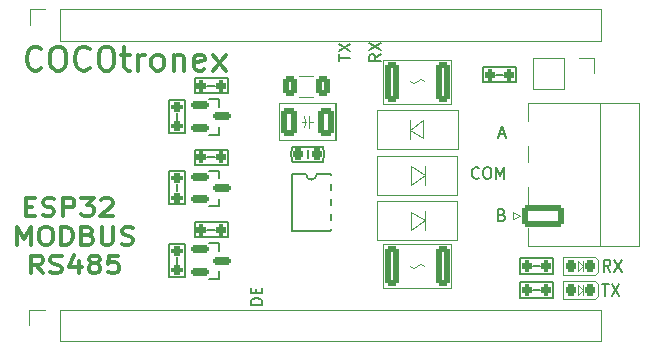
<source format=gto>
G04 #@! TF.GenerationSoftware,KiCad,Pcbnew,(6.99.0-2815-gbbc0c61ccb)*
G04 #@! TF.CreationDate,2023-01-22T02:42:31+07:00*
G04 #@! TF.ProjectId,ESP32-MODBUS-RS485-SHIELD,45535033-322d-44d4-9f44-4255532d5253,rev?*
G04 #@! TF.SameCoordinates,Original*
G04 #@! TF.FileFunction,Legend,Top*
G04 #@! TF.FilePolarity,Positive*
%FSLAX46Y46*%
G04 Gerber Fmt 4.6, Leading zero omitted, Abs format (unit mm)*
G04 Created by KiCad (PCBNEW (6.99.0-2815-gbbc0c61ccb)) date 2023-01-22 02:42:31*
%MOMM*%
%LPD*%
G01*
G04 APERTURE LIST*
G04 Aperture macros list*
%AMRoundRect*
0 Rectangle with rounded corners*
0 $1 Rounding radius*
0 $2 $3 $4 $5 $6 $7 $8 $9 X,Y pos of 4 corners*
0 Add a 4 corners polygon primitive as box body*
4,1,4,$2,$3,$4,$5,$6,$7,$8,$9,$2,$3,0*
0 Add four circle primitives for the rounded corners*
1,1,$1+$1,$2,$3*
1,1,$1+$1,$4,$5*
1,1,$1+$1,$6,$7*
1,1,$1+$1,$8,$9*
0 Add four rect primitives between the rounded corners*
20,1,$1+$1,$2,$3,$4,$5,0*
20,1,$1+$1,$4,$5,$6,$7,0*
20,1,$1+$1,$6,$7,$8,$9,0*
20,1,$1+$1,$8,$9,$2,$3,0*%
G04 Aperture macros list end*
%ADD10C,0.150000*%
%ADD11C,0.300000*%
%ADD12C,0.152400*%
%ADD13C,0.120000*%
%ADD14C,0.200000*%
%ADD15C,0.100000*%
%ADD16C,0.203200*%
%ADD17RoundRect,0.200000X0.200000X0.275000X-0.200000X0.275000X-0.200000X-0.275000X0.200000X-0.275000X0*%
%ADD18RoundRect,0.250000X0.375000X0.625000X-0.375000X0.625000X-0.375000X-0.625000X0.375000X-0.625000X0*%
%ADD19RoundRect,0.200000X0.275000X-0.200000X0.275000X0.200000X-0.275000X0.200000X-0.275000X-0.200000X0*%
%ADD20RoundRect,0.250000X0.412500X0.925000X-0.412500X0.925000X-0.412500X-0.925000X0.412500X-0.925000X0*%
%ADD21RoundRect,0.250000X1.550000X-0.650000X1.550000X0.650000X-1.550000X0.650000X-1.550000X-0.650000X0*%
%ADD22O,3.600000X1.800000*%
%ADD23R,1.700000X1.700000*%
%ADD24O,1.700000X1.700000*%
%ADD25RoundRect,0.150000X-0.587500X-0.150000X0.587500X-0.150000X0.587500X0.150000X-0.587500X0.150000X0*%
%ADD26RoundRect,0.218750X0.218750X0.256250X-0.218750X0.256250X-0.218750X-0.256250X0.218750X-0.256250X0*%
%ADD27RoundRect,0.250000X-0.312500X-1.450000X0.312500X-1.450000X0.312500X1.450000X-0.312500X1.450000X0*%
%ADD28R,2.500000X1.800000*%
%ADD29RoundRect,0.225000X0.225000X0.250000X-0.225000X0.250000X-0.225000X-0.250000X0.225000X-0.250000X0*%
%ADD30R,2.200000X0.600000*%
%ADD31O,2.200000X0.600000*%
G04 APERTURE END LIST*
D10*
X160171428Y-97558571D02*
X160314285Y-97606190D01*
X160314285Y-97606190D02*
X160361904Y-97653809D01*
X160361904Y-97653809D02*
X160409523Y-97749047D01*
X160409523Y-97749047D02*
X160409523Y-97891904D01*
X160409523Y-97891904D02*
X160361904Y-97987142D01*
X160361904Y-97987142D02*
X160314285Y-98034761D01*
X160314285Y-98034761D02*
X160219047Y-98082380D01*
X160219047Y-98082380D02*
X159838095Y-98082380D01*
X159838095Y-98082380D02*
X159838095Y-97082380D01*
X159838095Y-97082380D02*
X160171428Y-97082380D01*
X160171428Y-97082380D02*
X160266666Y-97130000D01*
X160266666Y-97130000D02*
X160314285Y-97177619D01*
X160314285Y-97177619D02*
X160361904Y-97272857D01*
X160361904Y-97272857D02*
X160361904Y-97368095D01*
X160361904Y-97368095D02*
X160314285Y-97463333D01*
X160314285Y-97463333D02*
X160266666Y-97510952D01*
X160266666Y-97510952D02*
X160171428Y-97558571D01*
X160171428Y-97558571D02*
X159838095Y-97558571D01*
X168645238Y-103432380D02*
X169216666Y-103432380D01*
X168930952Y-104432380D02*
X168930952Y-103432380D01*
X169454762Y-103432380D02*
X170121428Y-104432380D01*
X170121428Y-103432380D02*
X169454762Y-104432380D01*
X146332380Y-84554761D02*
X146332380Y-83983333D01*
X147332380Y-84269047D02*
X146332380Y-84269047D01*
X146332380Y-83745237D02*
X147332380Y-83078571D01*
X146332380Y-83078571D02*
X147332380Y-83745237D01*
X149932380Y-83990476D02*
X149456190Y-84323809D01*
X149932380Y-84561904D02*
X148932380Y-84561904D01*
X148932380Y-84561904D02*
X148932380Y-84180952D01*
X148932380Y-84180952D02*
X148980000Y-84085714D01*
X148980000Y-84085714D02*
X149027619Y-84038095D01*
X149027619Y-84038095D02*
X149122857Y-83990476D01*
X149122857Y-83990476D02*
X149265714Y-83990476D01*
X149265714Y-83990476D02*
X149360952Y-84038095D01*
X149360952Y-84038095D02*
X149408571Y-84085714D01*
X149408571Y-84085714D02*
X149456190Y-84180952D01*
X149456190Y-84180952D02*
X149456190Y-84561904D01*
X148932380Y-83657142D02*
X149932380Y-82990476D01*
X148932380Y-82990476D02*
X149932380Y-83657142D01*
X158219047Y-94437142D02*
X158171428Y-94484761D01*
X158171428Y-94484761D02*
X158028571Y-94532380D01*
X158028571Y-94532380D02*
X157933333Y-94532380D01*
X157933333Y-94532380D02*
X157790476Y-94484761D01*
X157790476Y-94484761D02*
X157695238Y-94389523D01*
X157695238Y-94389523D02*
X157647619Y-94294285D01*
X157647619Y-94294285D02*
X157600000Y-94103809D01*
X157600000Y-94103809D02*
X157600000Y-93960952D01*
X157600000Y-93960952D02*
X157647619Y-93770476D01*
X157647619Y-93770476D02*
X157695238Y-93675238D01*
X157695238Y-93675238D02*
X157790476Y-93580000D01*
X157790476Y-93580000D02*
X157933333Y-93532380D01*
X157933333Y-93532380D02*
X158028571Y-93532380D01*
X158028571Y-93532380D02*
X158171428Y-93580000D01*
X158171428Y-93580000D02*
X158219047Y-93627619D01*
X158838095Y-93532380D02*
X159028571Y-93532380D01*
X159028571Y-93532380D02*
X159123809Y-93580000D01*
X159123809Y-93580000D02*
X159219047Y-93675238D01*
X159219047Y-93675238D02*
X159266666Y-93865714D01*
X159266666Y-93865714D02*
X159266666Y-94199047D01*
X159266666Y-94199047D02*
X159219047Y-94389523D01*
X159219047Y-94389523D02*
X159123809Y-94484761D01*
X159123809Y-94484761D02*
X159028571Y-94532380D01*
X159028571Y-94532380D02*
X158838095Y-94532380D01*
X158838095Y-94532380D02*
X158742857Y-94484761D01*
X158742857Y-94484761D02*
X158647619Y-94389523D01*
X158647619Y-94389523D02*
X158600000Y-94199047D01*
X158600000Y-94199047D02*
X158600000Y-93865714D01*
X158600000Y-93865714D02*
X158647619Y-93675238D01*
X158647619Y-93675238D02*
X158742857Y-93580000D01*
X158742857Y-93580000D02*
X158838095Y-93532380D01*
X159695238Y-94532380D02*
X159695238Y-93532380D01*
X159695238Y-93532380D02*
X160028571Y-94246666D01*
X160028571Y-94246666D02*
X160361904Y-93532380D01*
X160361904Y-93532380D02*
X160361904Y-94532380D01*
X139882380Y-105211904D02*
X138882380Y-105211904D01*
X138882380Y-105211904D02*
X138882380Y-104973809D01*
X138882380Y-104973809D02*
X138930000Y-104830952D01*
X138930000Y-104830952D02*
X139025238Y-104735714D01*
X139025238Y-104735714D02*
X139120476Y-104688095D01*
X139120476Y-104688095D02*
X139310952Y-104640476D01*
X139310952Y-104640476D02*
X139453809Y-104640476D01*
X139453809Y-104640476D02*
X139644285Y-104688095D01*
X139644285Y-104688095D02*
X139739523Y-104735714D01*
X139739523Y-104735714D02*
X139834761Y-104830952D01*
X139834761Y-104830952D02*
X139882380Y-104973809D01*
X139882380Y-104973809D02*
X139882380Y-105211904D01*
X139358571Y-104211904D02*
X139358571Y-103878571D01*
X139882380Y-103735714D02*
X139882380Y-104211904D01*
X139882380Y-104211904D02*
X138882380Y-104211904D01*
X138882380Y-104211904D02*
X138882380Y-103735714D01*
D11*
X119847142Y-96877857D02*
X120413809Y-96877857D01*
X120656666Y-97663571D02*
X119847142Y-97663571D01*
X119847142Y-97663571D02*
X119847142Y-96163571D01*
X119847142Y-96163571D02*
X120656666Y-96163571D01*
X121304285Y-97592142D02*
X121547142Y-97663571D01*
X121547142Y-97663571D02*
X121951904Y-97663571D01*
X121951904Y-97663571D02*
X122113809Y-97592142D01*
X122113809Y-97592142D02*
X122194761Y-97520714D01*
X122194761Y-97520714D02*
X122275714Y-97377857D01*
X122275714Y-97377857D02*
X122275714Y-97235000D01*
X122275714Y-97235000D02*
X122194761Y-97092142D01*
X122194761Y-97092142D02*
X122113809Y-97020714D01*
X122113809Y-97020714D02*
X121951904Y-96949285D01*
X121951904Y-96949285D02*
X121628095Y-96877857D01*
X121628095Y-96877857D02*
X121466190Y-96806428D01*
X121466190Y-96806428D02*
X121385237Y-96735000D01*
X121385237Y-96735000D02*
X121304285Y-96592142D01*
X121304285Y-96592142D02*
X121304285Y-96449285D01*
X121304285Y-96449285D02*
X121385237Y-96306428D01*
X121385237Y-96306428D02*
X121466190Y-96235000D01*
X121466190Y-96235000D02*
X121628095Y-96163571D01*
X121628095Y-96163571D02*
X122032856Y-96163571D01*
X122032856Y-96163571D02*
X122275714Y-96235000D01*
X123004285Y-97663571D02*
X123004285Y-96163571D01*
X123004285Y-96163571D02*
X123651904Y-96163571D01*
X123651904Y-96163571D02*
X123813809Y-96235000D01*
X123813809Y-96235000D02*
X123894762Y-96306428D01*
X123894762Y-96306428D02*
X123975714Y-96449285D01*
X123975714Y-96449285D02*
X123975714Y-96663571D01*
X123975714Y-96663571D02*
X123894762Y-96806428D01*
X123894762Y-96806428D02*
X123813809Y-96877857D01*
X123813809Y-96877857D02*
X123651904Y-96949285D01*
X123651904Y-96949285D02*
X123004285Y-96949285D01*
X124542381Y-96163571D02*
X125594762Y-96163571D01*
X125594762Y-96163571D02*
X125028095Y-96735000D01*
X125028095Y-96735000D02*
X125270952Y-96735000D01*
X125270952Y-96735000D02*
X125432857Y-96806428D01*
X125432857Y-96806428D02*
X125513809Y-96877857D01*
X125513809Y-96877857D02*
X125594762Y-97020714D01*
X125594762Y-97020714D02*
X125594762Y-97377857D01*
X125594762Y-97377857D02*
X125513809Y-97520714D01*
X125513809Y-97520714D02*
X125432857Y-97592142D01*
X125432857Y-97592142D02*
X125270952Y-97663571D01*
X125270952Y-97663571D02*
X124785238Y-97663571D01*
X124785238Y-97663571D02*
X124623333Y-97592142D01*
X124623333Y-97592142D02*
X124542381Y-97520714D01*
X126242381Y-96306428D02*
X126323333Y-96235000D01*
X126323333Y-96235000D02*
X126485238Y-96163571D01*
X126485238Y-96163571D02*
X126890000Y-96163571D01*
X126890000Y-96163571D02*
X127051905Y-96235000D01*
X127051905Y-96235000D02*
X127132857Y-96306428D01*
X127132857Y-96306428D02*
X127213810Y-96449285D01*
X127213810Y-96449285D02*
X127213810Y-96592142D01*
X127213810Y-96592142D02*
X127132857Y-96806428D01*
X127132857Y-96806428D02*
X126161429Y-97663571D01*
X126161429Y-97663571D02*
X127213810Y-97663571D01*
X119142857Y-100093571D02*
X119142857Y-98593571D01*
X119142857Y-98593571D02*
X119709524Y-99665000D01*
X119709524Y-99665000D02*
X120276191Y-98593571D01*
X120276191Y-98593571D02*
X120276191Y-100093571D01*
X121409524Y-98593571D02*
X121733333Y-98593571D01*
X121733333Y-98593571D02*
X121895238Y-98665000D01*
X121895238Y-98665000D02*
X122057143Y-98807857D01*
X122057143Y-98807857D02*
X122138095Y-99093571D01*
X122138095Y-99093571D02*
X122138095Y-99593571D01*
X122138095Y-99593571D02*
X122057143Y-99879285D01*
X122057143Y-99879285D02*
X121895238Y-100022142D01*
X121895238Y-100022142D02*
X121733333Y-100093571D01*
X121733333Y-100093571D02*
X121409524Y-100093571D01*
X121409524Y-100093571D02*
X121247619Y-100022142D01*
X121247619Y-100022142D02*
X121085714Y-99879285D01*
X121085714Y-99879285D02*
X121004762Y-99593571D01*
X121004762Y-99593571D02*
X121004762Y-99093571D01*
X121004762Y-99093571D02*
X121085714Y-98807857D01*
X121085714Y-98807857D02*
X121247619Y-98665000D01*
X121247619Y-98665000D02*
X121409524Y-98593571D01*
X122866666Y-100093571D02*
X122866666Y-98593571D01*
X122866666Y-98593571D02*
X123271428Y-98593571D01*
X123271428Y-98593571D02*
X123514285Y-98665000D01*
X123514285Y-98665000D02*
X123676190Y-98807857D01*
X123676190Y-98807857D02*
X123757143Y-98950714D01*
X123757143Y-98950714D02*
X123838095Y-99236428D01*
X123838095Y-99236428D02*
X123838095Y-99450714D01*
X123838095Y-99450714D02*
X123757143Y-99736428D01*
X123757143Y-99736428D02*
X123676190Y-99879285D01*
X123676190Y-99879285D02*
X123514285Y-100022142D01*
X123514285Y-100022142D02*
X123271428Y-100093571D01*
X123271428Y-100093571D02*
X122866666Y-100093571D01*
X125133333Y-99307857D02*
X125376190Y-99379285D01*
X125376190Y-99379285D02*
X125457143Y-99450714D01*
X125457143Y-99450714D02*
X125538095Y-99593571D01*
X125538095Y-99593571D02*
X125538095Y-99807857D01*
X125538095Y-99807857D02*
X125457143Y-99950714D01*
X125457143Y-99950714D02*
X125376190Y-100022142D01*
X125376190Y-100022142D02*
X125214285Y-100093571D01*
X125214285Y-100093571D02*
X124566666Y-100093571D01*
X124566666Y-100093571D02*
X124566666Y-98593571D01*
X124566666Y-98593571D02*
X125133333Y-98593571D01*
X125133333Y-98593571D02*
X125295238Y-98665000D01*
X125295238Y-98665000D02*
X125376190Y-98736428D01*
X125376190Y-98736428D02*
X125457143Y-98879285D01*
X125457143Y-98879285D02*
X125457143Y-99022142D01*
X125457143Y-99022142D02*
X125376190Y-99165000D01*
X125376190Y-99165000D02*
X125295238Y-99236428D01*
X125295238Y-99236428D02*
X125133333Y-99307857D01*
X125133333Y-99307857D02*
X124566666Y-99307857D01*
X126266666Y-98593571D02*
X126266666Y-99807857D01*
X126266666Y-99807857D02*
X126347619Y-99950714D01*
X126347619Y-99950714D02*
X126428571Y-100022142D01*
X126428571Y-100022142D02*
X126590476Y-100093571D01*
X126590476Y-100093571D02*
X126914285Y-100093571D01*
X126914285Y-100093571D02*
X127076190Y-100022142D01*
X127076190Y-100022142D02*
X127157143Y-99950714D01*
X127157143Y-99950714D02*
X127238095Y-99807857D01*
X127238095Y-99807857D02*
X127238095Y-98593571D01*
X127966666Y-100022142D02*
X128209523Y-100093571D01*
X128209523Y-100093571D02*
X128614285Y-100093571D01*
X128614285Y-100093571D02*
X128776190Y-100022142D01*
X128776190Y-100022142D02*
X128857142Y-99950714D01*
X128857142Y-99950714D02*
X128938095Y-99807857D01*
X128938095Y-99807857D02*
X128938095Y-99665000D01*
X128938095Y-99665000D02*
X128857142Y-99522142D01*
X128857142Y-99522142D02*
X128776190Y-99450714D01*
X128776190Y-99450714D02*
X128614285Y-99379285D01*
X128614285Y-99379285D02*
X128290476Y-99307857D01*
X128290476Y-99307857D02*
X128128571Y-99236428D01*
X128128571Y-99236428D02*
X128047618Y-99165000D01*
X128047618Y-99165000D02*
X127966666Y-99022142D01*
X127966666Y-99022142D02*
X127966666Y-98879285D01*
X127966666Y-98879285D02*
X128047618Y-98736428D01*
X128047618Y-98736428D02*
X128128571Y-98665000D01*
X128128571Y-98665000D02*
X128290476Y-98593571D01*
X128290476Y-98593571D02*
X128695237Y-98593571D01*
X128695237Y-98593571D02*
X128938095Y-98665000D01*
X121288094Y-102523571D02*
X120721427Y-101809285D01*
X120316665Y-102523571D02*
X120316665Y-101023571D01*
X120316665Y-101023571D02*
X120964284Y-101023571D01*
X120964284Y-101023571D02*
X121126189Y-101095000D01*
X121126189Y-101095000D02*
X121207142Y-101166428D01*
X121207142Y-101166428D02*
X121288094Y-101309285D01*
X121288094Y-101309285D02*
X121288094Y-101523571D01*
X121288094Y-101523571D02*
X121207142Y-101666428D01*
X121207142Y-101666428D02*
X121126189Y-101737857D01*
X121126189Y-101737857D02*
X120964284Y-101809285D01*
X120964284Y-101809285D02*
X120316665Y-101809285D01*
X121935713Y-102452142D02*
X122178570Y-102523571D01*
X122178570Y-102523571D02*
X122583332Y-102523571D01*
X122583332Y-102523571D02*
X122745237Y-102452142D01*
X122745237Y-102452142D02*
X122826189Y-102380714D01*
X122826189Y-102380714D02*
X122907142Y-102237857D01*
X122907142Y-102237857D02*
X122907142Y-102095000D01*
X122907142Y-102095000D02*
X122826189Y-101952142D01*
X122826189Y-101952142D02*
X122745237Y-101880714D01*
X122745237Y-101880714D02*
X122583332Y-101809285D01*
X122583332Y-101809285D02*
X122259523Y-101737857D01*
X122259523Y-101737857D02*
X122097618Y-101666428D01*
X122097618Y-101666428D02*
X122016665Y-101595000D01*
X122016665Y-101595000D02*
X121935713Y-101452142D01*
X121935713Y-101452142D02*
X121935713Y-101309285D01*
X121935713Y-101309285D02*
X122016665Y-101166428D01*
X122016665Y-101166428D02*
X122097618Y-101095000D01*
X122097618Y-101095000D02*
X122259523Y-101023571D01*
X122259523Y-101023571D02*
X122664284Y-101023571D01*
X122664284Y-101023571D02*
X122907142Y-101095000D01*
X124364285Y-101523571D02*
X124364285Y-102523571D01*
X123959523Y-100952142D02*
X123554761Y-102023571D01*
X123554761Y-102023571D02*
X124607142Y-102023571D01*
X125497619Y-101666428D02*
X125335714Y-101595000D01*
X125335714Y-101595000D02*
X125254761Y-101523571D01*
X125254761Y-101523571D02*
X125173809Y-101380714D01*
X125173809Y-101380714D02*
X125173809Y-101309285D01*
X125173809Y-101309285D02*
X125254761Y-101166428D01*
X125254761Y-101166428D02*
X125335714Y-101095000D01*
X125335714Y-101095000D02*
X125497619Y-101023571D01*
X125497619Y-101023571D02*
X125821428Y-101023571D01*
X125821428Y-101023571D02*
X125983333Y-101095000D01*
X125983333Y-101095000D02*
X126064285Y-101166428D01*
X126064285Y-101166428D02*
X126145238Y-101309285D01*
X126145238Y-101309285D02*
X126145238Y-101380714D01*
X126145238Y-101380714D02*
X126064285Y-101523571D01*
X126064285Y-101523571D02*
X125983333Y-101595000D01*
X125983333Y-101595000D02*
X125821428Y-101666428D01*
X125821428Y-101666428D02*
X125497619Y-101666428D01*
X125497619Y-101666428D02*
X125335714Y-101737857D01*
X125335714Y-101737857D02*
X125254761Y-101809285D01*
X125254761Y-101809285D02*
X125173809Y-101952142D01*
X125173809Y-101952142D02*
X125173809Y-102237857D01*
X125173809Y-102237857D02*
X125254761Y-102380714D01*
X125254761Y-102380714D02*
X125335714Y-102452142D01*
X125335714Y-102452142D02*
X125497619Y-102523571D01*
X125497619Y-102523571D02*
X125821428Y-102523571D01*
X125821428Y-102523571D02*
X125983333Y-102452142D01*
X125983333Y-102452142D02*
X126064285Y-102380714D01*
X126064285Y-102380714D02*
X126145238Y-102237857D01*
X126145238Y-102237857D02*
X126145238Y-101952142D01*
X126145238Y-101952142D02*
X126064285Y-101809285D01*
X126064285Y-101809285D02*
X125983333Y-101737857D01*
X125983333Y-101737857D02*
X125821428Y-101666428D01*
X127683333Y-101023571D02*
X126873809Y-101023571D01*
X126873809Y-101023571D02*
X126792857Y-101737857D01*
X126792857Y-101737857D02*
X126873809Y-101666428D01*
X126873809Y-101666428D02*
X127035714Y-101595000D01*
X127035714Y-101595000D02*
X127440476Y-101595000D01*
X127440476Y-101595000D02*
X127602381Y-101666428D01*
X127602381Y-101666428D02*
X127683333Y-101737857D01*
X127683333Y-101737857D02*
X127764286Y-101880714D01*
X127764286Y-101880714D02*
X127764286Y-102237857D01*
X127764286Y-102237857D02*
X127683333Y-102380714D01*
X127683333Y-102380714D02*
X127602381Y-102452142D01*
X127602381Y-102452142D02*
X127440476Y-102523571D01*
X127440476Y-102523571D02*
X127035714Y-102523571D01*
X127035714Y-102523571D02*
X126873809Y-102452142D01*
X126873809Y-102452142D02*
X126792857Y-102380714D01*
X121157142Y-85174285D02*
X121061904Y-85269523D01*
X121061904Y-85269523D02*
X120776190Y-85364761D01*
X120776190Y-85364761D02*
X120585714Y-85364761D01*
X120585714Y-85364761D02*
X120299999Y-85269523D01*
X120299999Y-85269523D02*
X120109523Y-85079047D01*
X120109523Y-85079047D02*
X120014285Y-84888571D01*
X120014285Y-84888571D02*
X119919047Y-84507619D01*
X119919047Y-84507619D02*
X119919047Y-84221904D01*
X119919047Y-84221904D02*
X120014285Y-83840952D01*
X120014285Y-83840952D02*
X120109523Y-83650476D01*
X120109523Y-83650476D02*
X120299999Y-83460000D01*
X120299999Y-83460000D02*
X120585714Y-83364761D01*
X120585714Y-83364761D02*
X120776190Y-83364761D01*
X120776190Y-83364761D02*
X121061904Y-83460000D01*
X121061904Y-83460000D02*
X121157142Y-83555238D01*
X122395237Y-83364761D02*
X122776190Y-83364761D01*
X122776190Y-83364761D02*
X122966666Y-83460000D01*
X122966666Y-83460000D02*
X123157142Y-83650476D01*
X123157142Y-83650476D02*
X123252380Y-84031428D01*
X123252380Y-84031428D02*
X123252380Y-84698095D01*
X123252380Y-84698095D02*
X123157142Y-85079047D01*
X123157142Y-85079047D02*
X122966666Y-85269523D01*
X122966666Y-85269523D02*
X122776190Y-85364761D01*
X122776190Y-85364761D02*
X122395237Y-85364761D01*
X122395237Y-85364761D02*
X122204761Y-85269523D01*
X122204761Y-85269523D02*
X122014285Y-85079047D01*
X122014285Y-85079047D02*
X121919047Y-84698095D01*
X121919047Y-84698095D02*
X121919047Y-84031428D01*
X121919047Y-84031428D02*
X122014285Y-83650476D01*
X122014285Y-83650476D02*
X122204761Y-83460000D01*
X122204761Y-83460000D02*
X122395237Y-83364761D01*
X125252380Y-85174285D02*
X125157142Y-85269523D01*
X125157142Y-85269523D02*
X124871428Y-85364761D01*
X124871428Y-85364761D02*
X124680952Y-85364761D01*
X124680952Y-85364761D02*
X124395237Y-85269523D01*
X124395237Y-85269523D02*
X124204761Y-85079047D01*
X124204761Y-85079047D02*
X124109523Y-84888571D01*
X124109523Y-84888571D02*
X124014285Y-84507619D01*
X124014285Y-84507619D02*
X124014285Y-84221904D01*
X124014285Y-84221904D02*
X124109523Y-83840952D01*
X124109523Y-83840952D02*
X124204761Y-83650476D01*
X124204761Y-83650476D02*
X124395237Y-83460000D01*
X124395237Y-83460000D02*
X124680952Y-83364761D01*
X124680952Y-83364761D02*
X124871428Y-83364761D01*
X124871428Y-83364761D02*
X125157142Y-83460000D01*
X125157142Y-83460000D02*
X125252380Y-83555238D01*
X126490475Y-83364761D02*
X126871428Y-83364761D01*
X126871428Y-83364761D02*
X127061904Y-83460000D01*
X127061904Y-83460000D02*
X127252380Y-83650476D01*
X127252380Y-83650476D02*
X127347618Y-84031428D01*
X127347618Y-84031428D02*
X127347618Y-84698095D01*
X127347618Y-84698095D02*
X127252380Y-85079047D01*
X127252380Y-85079047D02*
X127061904Y-85269523D01*
X127061904Y-85269523D02*
X126871428Y-85364761D01*
X126871428Y-85364761D02*
X126490475Y-85364761D01*
X126490475Y-85364761D02*
X126299999Y-85269523D01*
X126299999Y-85269523D02*
X126109523Y-85079047D01*
X126109523Y-85079047D02*
X126014285Y-84698095D01*
X126014285Y-84698095D02*
X126014285Y-84031428D01*
X126014285Y-84031428D02*
X126109523Y-83650476D01*
X126109523Y-83650476D02*
X126299999Y-83460000D01*
X126299999Y-83460000D02*
X126490475Y-83364761D01*
X127919047Y-84031428D02*
X128680951Y-84031428D01*
X128204761Y-83364761D02*
X128204761Y-85079047D01*
X128204761Y-85079047D02*
X128299999Y-85269523D01*
X128299999Y-85269523D02*
X128490475Y-85364761D01*
X128490475Y-85364761D02*
X128680951Y-85364761D01*
X129347618Y-85364761D02*
X129347618Y-84031428D01*
X129347618Y-84412380D02*
X129442856Y-84221904D01*
X129442856Y-84221904D02*
X129538094Y-84126666D01*
X129538094Y-84126666D02*
X129728570Y-84031428D01*
X129728570Y-84031428D02*
X129919047Y-84031428D01*
X130871427Y-85364761D02*
X130680951Y-85269523D01*
X130680951Y-85269523D02*
X130585713Y-85174285D01*
X130585713Y-85174285D02*
X130490475Y-84983809D01*
X130490475Y-84983809D02*
X130490475Y-84412380D01*
X130490475Y-84412380D02*
X130585713Y-84221904D01*
X130585713Y-84221904D02*
X130680951Y-84126666D01*
X130680951Y-84126666D02*
X130871427Y-84031428D01*
X130871427Y-84031428D02*
X131157142Y-84031428D01*
X131157142Y-84031428D02*
X131347618Y-84126666D01*
X131347618Y-84126666D02*
X131442856Y-84221904D01*
X131442856Y-84221904D02*
X131538094Y-84412380D01*
X131538094Y-84412380D02*
X131538094Y-84983809D01*
X131538094Y-84983809D02*
X131442856Y-85174285D01*
X131442856Y-85174285D02*
X131347618Y-85269523D01*
X131347618Y-85269523D02*
X131157142Y-85364761D01*
X131157142Y-85364761D02*
X130871427Y-85364761D01*
X132395237Y-84031428D02*
X132395237Y-85364761D01*
X132395237Y-84221904D02*
X132490475Y-84126666D01*
X132490475Y-84126666D02*
X132680951Y-84031428D01*
X132680951Y-84031428D02*
X132966666Y-84031428D01*
X132966666Y-84031428D02*
X133157142Y-84126666D01*
X133157142Y-84126666D02*
X133252380Y-84317142D01*
X133252380Y-84317142D02*
X133252380Y-85364761D01*
X134966666Y-85269523D02*
X134776190Y-85364761D01*
X134776190Y-85364761D02*
X134395237Y-85364761D01*
X134395237Y-85364761D02*
X134204761Y-85269523D01*
X134204761Y-85269523D02*
X134109523Y-85079047D01*
X134109523Y-85079047D02*
X134109523Y-84317142D01*
X134109523Y-84317142D02*
X134204761Y-84126666D01*
X134204761Y-84126666D02*
X134395237Y-84031428D01*
X134395237Y-84031428D02*
X134776190Y-84031428D01*
X134776190Y-84031428D02*
X134966666Y-84126666D01*
X134966666Y-84126666D02*
X135061904Y-84317142D01*
X135061904Y-84317142D02*
X135061904Y-84507619D01*
X135061904Y-84507619D02*
X134109523Y-84698095D01*
X135728571Y-85364761D02*
X136776190Y-84031428D01*
X135728571Y-84031428D02*
X136776190Y-85364761D01*
D10*
X159933333Y-90746666D02*
X160409523Y-90746666D01*
X159838095Y-91032380D02*
X160171428Y-90032380D01*
X160171428Y-90032380D02*
X160504761Y-91032380D01*
X169359523Y-102382380D02*
X169026190Y-101906190D01*
X168788095Y-102382380D02*
X168788095Y-101382380D01*
X168788095Y-101382380D02*
X169169047Y-101382380D01*
X169169047Y-101382380D02*
X169264285Y-101430000D01*
X169264285Y-101430000D02*
X169311904Y-101477619D01*
X169311904Y-101477619D02*
X169359523Y-101572857D01*
X169359523Y-101572857D02*
X169359523Y-101715714D01*
X169359523Y-101715714D02*
X169311904Y-101810952D01*
X169311904Y-101810952D02*
X169264285Y-101858571D01*
X169264285Y-101858571D02*
X169169047Y-101906190D01*
X169169047Y-101906190D02*
X168788095Y-101906190D01*
X169692857Y-101382380D02*
X170359523Y-102382380D01*
X170359523Y-101382380D02*
X169692857Y-102382380D01*
D12*
X134150000Y-92050000D02*
X136950000Y-92050000D01*
X134150000Y-93350000D02*
X134150000Y-92050000D01*
X134150000Y-93350000D02*
X136950000Y-93350000D01*
X135225000Y-92700000D02*
X135850000Y-92700000D01*
X136950000Y-93350000D02*
X136950000Y-92050000D01*
D13*
X144202064Y-87610000D02*
X142997936Y-87610000D01*
X144202064Y-85790000D02*
X142997936Y-85790000D01*
D12*
X134150000Y-86000000D02*
X136950000Y-86000000D01*
X134150000Y-87300000D02*
X134150000Y-86000000D01*
X134150000Y-87300000D02*
X136950000Y-87300000D01*
X135225000Y-86650000D02*
X135850000Y-86650000D01*
X136950000Y-87300000D02*
X136950000Y-86000000D01*
X133300000Y-100050000D02*
X133300000Y-102850000D01*
X132000000Y-100050000D02*
X133300000Y-100050000D01*
X132000000Y-100050000D02*
X132000000Y-102850000D01*
X132650000Y-101125000D02*
X132650000Y-101750000D01*
X132000000Y-102850000D02*
X133300000Y-102850000D01*
D13*
X146150000Y-88125000D02*
X141325000Y-88125000D01*
X146075000Y-91275000D02*
X146075000Y-88125000D01*
X143800000Y-90200000D02*
X143800000Y-89200000D01*
X143800000Y-89700000D02*
X144162500Y-89700000D01*
X143580000Y-89695181D02*
X143242787Y-89695181D01*
X141325000Y-91275000D02*
X146150000Y-91275000D01*
X141325000Y-91275000D02*
X141325000Y-88125000D01*
X146150000Y-91275000D02*
X146000000Y-91275000D01*
X146000000Y-91275000D02*
X146000000Y-88150000D01*
X146000000Y-88150000D02*
X146150000Y-88150000D01*
X146150000Y-88150000D02*
X146150000Y-91275000D01*
X143446525Y-90199995D02*
G75*
G03*
X143414320Y-89199996I-777005J475495D01*
G01*
X162357500Y-100230000D02*
X171777500Y-100230000D01*
X162357500Y-100230000D02*
X162357500Y-98720000D01*
X168467500Y-100230000D02*
X168467500Y-88110000D01*
X171777500Y-100230000D02*
X171777500Y-88110000D01*
X161067500Y-97970000D02*
X161067500Y-97370000D01*
X161667500Y-97670000D02*
X161067500Y-97970000D01*
X161067500Y-97370000D02*
X161667500Y-97670000D01*
X162357500Y-96620000D02*
X162357500Y-95220000D01*
X162357500Y-93120000D02*
X162357500Y-91720000D01*
X162357500Y-88110000D02*
X162357500Y-89620000D01*
X171777500Y-88110000D02*
X162357500Y-88110000D01*
X122760000Y-108255000D02*
X168540000Y-108255000D01*
X122760000Y-108255000D02*
X122760000Y-105595000D01*
X168540000Y-108255000D02*
X168540000Y-105595000D01*
X120160000Y-106925000D02*
X120160000Y-105595000D01*
X120160000Y-105595000D02*
X121490000Y-105595000D01*
X122760000Y-105595000D02*
X168540000Y-105595000D01*
D12*
X133300000Y-87850000D02*
X133300000Y-90650000D01*
X132000000Y-87850000D02*
X133300000Y-87850000D01*
X132000000Y-87850000D02*
X132000000Y-90650000D01*
X132650000Y-88925000D02*
X132650000Y-89550000D01*
X132000000Y-90650000D02*
X133300000Y-90650000D01*
D13*
X135550000Y-96860000D02*
X136200000Y-96860000D01*
D14*
X136200000Y-93850000D02*
X135350000Y-93850000D01*
X136200000Y-94500000D02*
X136200000Y-93850000D01*
X136200000Y-96850000D02*
X135350000Y-96850000D01*
X136200000Y-96850000D02*
X136200000Y-96200000D01*
D13*
X168285000Y-104450000D02*
X168285000Y-103450000D01*
X168285000Y-103450000D02*
X168050000Y-103215000D01*
X168050000Y-104685000D02*
X168285000Y-104450000D01*
X168050000Y-103215000D02*
X165325000Y-103215000D01*
D15*
X167025000Y-104350000D02*
X167025000Y-103550000D01*
X167025000Y-103950000D02*
X166575000Y-104350000D01*
X167025000Y-103950000D02*
X166575000Y-103550000D01*
X166575000Y-104350000D02*
X166575000Y-103550000D01*
D13*
X165325000Y-104685000D02*
X168050000Y-104685000D01*
X165325000Y-103215000D02*
X165325000Y-104685000D01*
X150130000Y-84426252D02*
X150130000Y-88160000D01*
X150130000Y-84426252D02*
X155870000Y-84426252D01*
X150130000Y-88160000D02*
X155870000Y-88160000D01*
X155870000Y-84426252D02*
X155870000Y-88160000D01*
X152420001Y-86299568D02*
G75*
G03*
X153019999Y-86299568I299999J141089D01*
G01*
X153619999Y-86299568D02*
G75*
G03*
X153020001Y-86299568I-299999J-141089D01*
G01*
X156400000Y-99700000D02*
X156400000Y-96400000D01*
X156400000Y-99700000D02*
X149590000Y-99700000D01*
X156400000Y-96400000D02*
X149590000Y-96400000D01*
X153640000Y-98849080D02*
X153640000Y-97248880D01*
X153640000Y-98048980D02*
X152489380Y-98849080D01*
X153640000Y-98048980D02*
X152489380Y-97299680D01*
X152489380Y-97299680D02*
X152489380Y-98849080D01*
X149590000Y-99700000D02*
X149590000Y-96400000D01*
D12*
X161700000Y-103300000D02*
X164500000Y-103300000D01*
X161700000Y-104600000D02*
X161700000Y-103300000D01*
X161700000Y-104600000D02*
X164500000Y-104600000D01*
X162775000Y-103950000D02*
X163400000Y-103950000D01*
X164500000Y-104600000D02*
X164500000Y-103300000D01*
X134150000Y-98180000D02*
X136950000Y-98180000D01*
X134150000Y-99480000D02*
X134150000Y-98180000D01*
X134150000Y-99480000D02*
X136950000Y-99480000D01*
X135225000Y-98830000D02*
X135850000Y-98830000D01*
X136950000Y-99480000D02*
X136950000Y-98180000D01*
X161700000Y-101250000D02*
X164500000Y-101250000D01*
X161700000Y-102550000D02*
X161700000Y-101250000D01*
X161700000Y-102550000D02*
X164500000Y-102550000D01*
X162775000Y-101900000D02*
X163400000Y-101900000D01*
X164500000Y-102550000D02*
X164500000Y-101250000D01*
X144991653Y-93100000D02*
X142467500Y-93100000D01*
X144991653Y-91800000D02*
X142443347Y-91800000D01*
X143717500Y-92075000D02*
X143717500Y-92800000D01*
X144991652Y-93100000D02*
G75*
G03*
X144991652Y-91800000I-1324972J650000D01*
G01*
X142443348Y-91800000D02*
G75*
G03*
X142443348Y-93100000I1324982J-650000D01*
G01*
D13*
X168005000Y-84270000D02*
X168005000Y-85600000D01*
X166675000Y-84270000D02*
X168005000Y-84270000D01*
X165405000Y-84270000D02*
X162805000Y-84270000D01*
X165405000Y-84270000D02*
X165405000Y-86930000D01*
X162805000Y-84270000D02*
X162805000Y-86930000D01*
X165405000Y-86930000D02*
X162805000Y-86930000D01*
X149600000Y-88712500D02*
X149600000Y-92012500D01*
X149600000Y-88712500D02*
X156410000Y-88712500D01*
X149600000Y-92012500D02*
X156410000Y-92012500D01*
X152360000Y-89563420D02*
X152360000Y-91163620D01*
X152360000Y-90363520D02*
X153510620Y-89563420D01*
X152360000Y-90363520D02*
X153510620Y-91112820D01*
X153510620Y-91112820D02*
X153510620Y-89563420D01*
X156410000Y-88712500D02*
X156410000Y-92012500D01*
X150130000Y-100076252D02*
X150130000Y-103810000D01*
X150130000Y-100076252D02*
X155870000Y-100076252D01*
X150130000Y-103810000D02*
X155870000Y-103810000D01*
X155870000Y-100076252D02*
X155870000Y-103810000D01*
X152420001Y-101949568D02*
G75*
G03*
X153019999Y-101949568I299999J141089D01*
G01*
X153619999Y-101949568D02*
G75*
G03*
X153020001Y-101949568I-299999J-141089D01*
G01*
D16*
X145686000Y-94137000D02*
X144492200Y-94137000D01*
X145686000Y-94137000D02*
X145686000Y-98836000D01*
X143577800Y-94137000D02*
X142384000Y-94137000D01*
X142380950Y-94149950D02*
X142380950Y-98937600D01*
X145686000Y-98836000D02*
X145584400Y-98937600D01*
X145584400Y-98937600D02*
X142380950Y-98937600D01*
X143577090Y-94137000D02*
G75*
G03*
X144492910Y-94137000I457910J0D01*
G01*
D12*
X158550000Y-85050000D02*
X161350000Y-85050000D01*
X158550000Y-86350000D02*
X158550000Y-85050000D01*
X158550000Y-86350000D02*
X161350000Y-86350000D01*
X159625000Y-85700000D02*
X160250000Y-85700000D01*
X161350000Y-86350000D02*
X161350000Y-85050000D01*
X133300000Y-93900000D02*
X133300000Y-96700000D01*
X132000000Y-93900000D02*
X133300000Y-93900000D01*
X132000000Y-93900000D02*
X132000000Y-96700000D01*
X132650000Y-94975000D02*
X132650000Y-95600000D01*
X132000000Y-96700000D02*
X133300000Y-96700000D01*
D13*
X135550000Y-90810000D02*
X136200000Y-90810000D01*
D14*
X136200000Y-87800000D02*
X135350000Y-87800000D01*
X136200000Y-88450000D02*
X136200000Y-87800000D01*
X136200000Y-90800000D02*
X135350000Y-90800000D01*
X136200000Y-90800000D02*
X136200000Y-90150000D01*
D13*
X156400000Y-95875000D02*
X156400000Y-92575000D01*
X156400000Y-95875000D02*
X149590000Y-95875000D01*
X156400000Y-92575000D02*
X149590000Y-92575000D01*
X153640000Y-95024080D02*
X153640000Y-93423880D01*
X153640000Y-94223980D02*
X152489380Y-95024080D01*
X153640000Y-94223980D02*
X152489380Y-93474680D01*
X152489380Y-93474680D02*
X152489380Y-95024080D01*
X149590000Y-95875000D02*
X149590000Y-92575000D01*
X135550000Y-103010000D02*
X136200000Y-103010000D01*
D14*
X136200000Y-100000000D02*
X135350000Y-100000000D01*
X136200000Y-100650000D02*
X136200000Y-100000000D01*
X136200000Y-103000000D02*
X135350000Y-103000000D01*
X136200000Y-103000000D02*
X136200000Y-102350000D01*
D13*
X122770000Y-82830000D02*
X168550000Y-82830000D01*
X122770000Y-82830000D02*
X122770000Y-80170000D01*
X168550000Y-82830000D02*
X168550000Y-80170000D01*
X120170000Y-81500000D02*
X120170000Y-80170000D01*
X120170000Y-80170000D02*
X121500000Y-80170000D01*
X122770000Y-80170000D02*
X168550000Y-80170000D01*
X168285000Y-102400000D02*
X168285000Y-101400000D01*
X168285000Y-101400000D02*
X168050000Y-101165000D01*
X168050000Y-102635000D02*
X168285000Y-102400000D01*
X168050000Y-101165000D02*
X165325000Y-101165000D01*
D15*
X167025000Y-102300000D02*
X167025000Y-101500000D01*
X167025000Y-101900000D02*
X166575000Y-102300000D01*
X167025000Y-101900000D02*
X166575000Y-101500000D01*
X166575000Y-102300000D02*
X166575000Y-101500000D01*
D13*
X165325000Y-102635000D02*
X168050000Y-102635000D01*
X165325000Y-101165000D02*
X165325000Y-102635000D01*
%LPC*%
D17*
X134725000Y-92700000D03*
X136375000Y-92700000D03*
D18*
X145000000Y-86700000D03*
X142200000Y-86700000D03*
D17*
X134725000Y-86650000D03*
X136375000Y-86650000D03*
D19*
X132650000Y-100625000D03*
X132650000Y-102275000D03*
D20*
X145237500Y-89700000D03*
X142162500Y-89700000D03*
D21*
X163667500Y-97670000D03*
D22*
X163667499Y-94169999D03*
X163667499Y-90669999D03*
D23*
X121489999Y-106924999D03*
D24*
X124029999Y-106924999D03*
X126569999Y-106924999D03*
X129109999Y-106924999D03*
X131649999Y-106924999D03*
X134189999Y-106924999D03*
X136729999Y-106924999D03*
X139269999Y-106924999D03*
X141809999Y-106924999D03*
X144349999Y-106924999D03*
X146889999Y-106924999D03*
X149429999Y-106924999D03*
X151969999Y-106924999D03*
X154509999Y-106924999D03*
X157049999Y-106924999D03*
X159589999Y-106924999D03*
X162129999Y-106924999D03*
X164669999Y-106924999D03*
X167209999Y-106924999D03*
D19*
X132650000Y-88425000D03*
X132650000Y-90075000D03*
D25*
X134612500Y-94350000D03*
X134612500Y-96250000D03*
X136487500Y-95300000D03*
D26*
X167587500Y-103950000D03*
X166012500Y-103950000D03*
D27*
X150862500Y-86300000D03*
X155137500Y-86300000D03*
D28*
X154999999Y-98049999D03*
X150999999Y-98049999D03*
D17*
X162275000Y-103950000D03*
X163925000Y-103950000D03*
X134725000Y-98830000D03*
X136375000Y-98830000D03*
X162275000Y-101900000D03*
X163925000Y-101900000D03*
D29*
X144492500Y-92450000D03*
X142942500Y-92450000D03*
D23*
X166674999Y-85599999D03*
D24*
X164134999Y-85599999D03*
D28*
X150999999Y-90362499D03*
X154999999Y-90362499D03*
D27*
X150862500Y-101950000D03*
X155137500Y-101950000D03*
D30*
X141181059Y-94644999D03*
D31*
X141181059Y-95914999D03*
X141181059Y-97184999D03*
X141181059Y-98454999D03*
X146380939Y-98454999D03*
X146380939Y-97184999D03*
X146380939Y-95914999D03*
X146380939Y-94644999D03*
D17*
X159125000Y-85700000D03*
X160775000Y-85700000D03*
D19*
X132650000Y-94475000D03*
X132650000Y-96125000D03*
D25*
X134612500Y-88300000D03*
X134612500Y-90200000D03*
X136487500Y-89250000D03*
D28*
X154999999Y-94224999D03*
X150999999Y-94224999D03*
D25*
X134612500Y-100500000D03*
X134612500Y-102400000D03*
X136487500Y-101450000D03*
D23*
X121499999Y-81499999D03*
D24*
X124039999Y-81499999D03*
X126579999Y-81499999D03*
X129119999Y-81499999D03*
X131659999Y-81499999D03*
X134199999Y-81499999D03*
X136739999Y-81499999D03*
X139279999Y-81499999D03*
X141819999Y-81499999D03*
X144359999Y-81499999D03*
X146899999Y-81499999D03*
X149439999Y-81499999D03*
X151979999Y-81499999D03*
X154519999Y-81499999D03*
X157059999Y-81499999D03*
X159599999Y-81499999D03*
X162139999Y-81499999D03*
X164679999Y-81499999D03*
X167219999Y-81499999D03*
D26*
X167587500Y-101900000D03*
X166012500Y-101900000D03*
M02*

</source>
